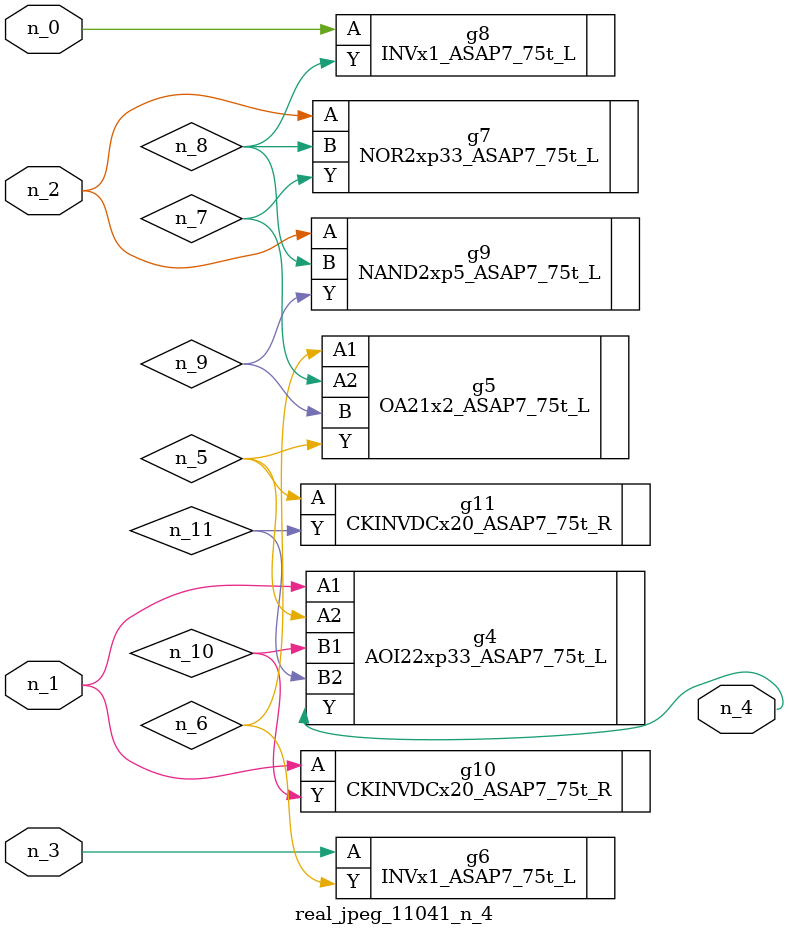
<source format=v>
module real_jpeg_11041_n_4 (n_3, n_1, n_0, n_2, n_4);

input n_3;
input n_1;
input n_0;
input n_2;

output n_4;

wire n_5;
wire n_8;
wire n_11;
wire n_6;
wire n_7;
wire n_10;
wire n_9;

INVx1_ASAP7_75t_L g8 ( 
.A(n_0),
.Y(n_8)
);

AOI22xp33_ASAP7_75t_L g4 ( 
.A1(n_1),
.A2(n_5),
.B1(n_10),
.B2(n_11),
.Y(n_4)
);

CKINVDCx20_ASAP7_75t_R g10 ( 
.A(n_1),
.Y(n_10)
);

NOR2xp33_ASAP7_75t_L g7 ( 
.A(n_2),
.B(n_8),
.Y(n_7)
);

NAND2xp5_ASAP7_75t_L g9 ( 
.A(n_2),
.B(n_8),
.Y(n_9)
);

INVx1_ASAP7_75t_L g6 ( 
.A(n_3),
.Y(n_6)
);

CKINVDCx20_ASAP7_75t_R g11 ( 
.A(n_5),
.Y(n_11)
);

OA21x2_ASAP7_75t_L g5 ( 
.A1(n_6),
.A2(n_7),
.B(n_9),
.Y(n_5)
);


endmodule
</source>
